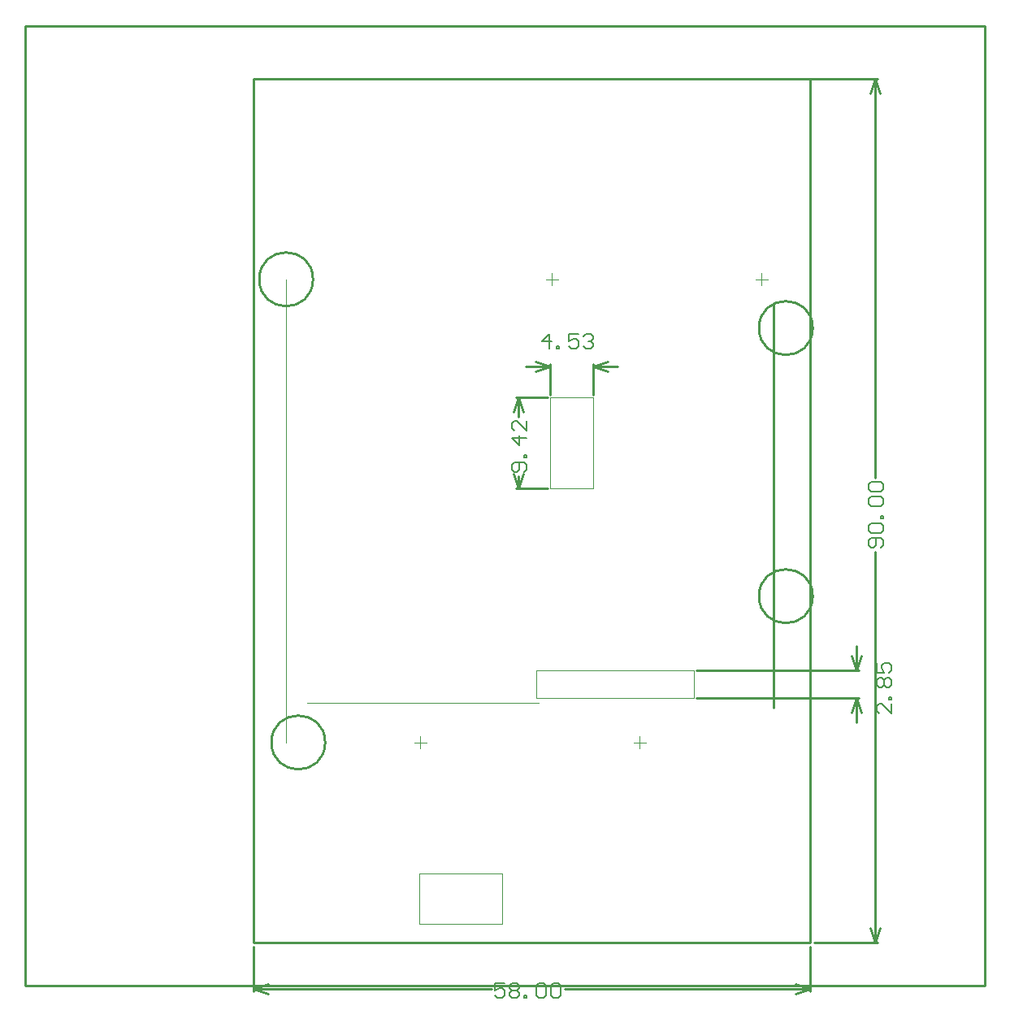
<source format=gm1>
G04*
G04 #@! TF.GenerationSoftware,Altium Limited,Altium Designer,19.0.15 (446)*
G04*
G04 Layer_Color=16711935*
%FSLAX25Y25*%
%MOIN*%
G70*
G01*
G75*
%ADD12C,0.01000*%
%ADD13C,0.00394*%
%ADD58C,0.00600*%
%ADD84C,0.00039*%
D12*
X11024Y95000D02*
G03*
X11024Y95000I-11024J0D01*
G01*
X216024Y75000D02*
G03*
X216024Y75000I-11024J0D01*
G01*
X216023Y-34957D02*
G03*
X216024Y-35000I-11023J-43D01*
G01*
X16024Y-95000D02*
G03*
X16024Y-95000I-11024J0D01*
G01*
X215000Y-177165D02*
Y177165D01*
X-13347D02*
X215000D01*
X-13347Y-177165D02*
Y177165D01*
X215000D02*
X242457D01*
X216500Y-177165D02*
X242457D01*
X241457Y13496D02*
Y177165D01*
Y-177165D02*
Y-16696D01*
X239457Y171165D02*
X241457Y177165D01*
X243457Y171165D01*
X241457Y-177165D02*
X243457Y-171165D01*
X239457D02*
X241457Y-177165D01*
X-106929Y-194646D02*
Y199055D01*
X286772D01*
Y-191496D02*
Y199055D01*
X-106929Y-194646D02*
X286772D01*
Y-191496D01*
X199882Y-80472D02*
Y84882D01*
X-107009Y-194803D02*
Y198898D01*
X286692D01*
Y-191654D02*
Y198898D01*
X-107009Y-194803D02*
X286692D01*
Y-191654D01*
X199802Y-80630D02*
Y84724D01*
X-13347Y-177165D02*
X215000D01*
X209000Y-198200D02*
X215000Y-196200D01*
X209000Y-194200D02*
X215000Y-196200D01*
X-13347D02*
X-7346Y-194200D01*
X-13347Y-196200D02*
X-7346Y-198200D01*
X114322Y-196200D02*
X215000D01*
X-13347D02*
X84131D01*
X215000Y-197200D02*
Y-178665D01*
X-13347Y-197200D02*
Y-178665D01*
X102267Y57213D02*
X108267Y59213D01*
X102267Y61213D02*
X108267Y59213D01*
X126102D02*
X132102Y61213D01*
X126102Y59213D02*
X132102Y57213D01*
X98267Y59213D02*
X108267D01*
X126102D02*
X136102D01*
X126102Y47457D02*
Y60213D01*
X108267Y47457D02*
Y60213D01*
X95168Y46457D02*
X97168Y40457D01*
X93168D02*
X95168Y46457D01*
X93168Y15370D02*
X95168Y9370D01*
X97168Y15370D01*
X95168Y38410D02*
Y46457D01*
Y9370D02*
Y14217D01*
X94168Y46457D02*
X107267D01*
X94168Y9370D02*
X107267D01*
X233937Y-76772D02*
X235937Y-82772D01*
X231937D02*
X233937Y-76772D01*
X231937Y-59551D02*
X233937Y-65551D01*
X235937Y-59551D01*
X233937Y-86772D02*
Y-76772D01*
Y-65551D02*
Y-55551D01*
X168423Y-65551D02*
X234937D01*
X168423Y-76772D02*
X234937D01*
D13*
X54685Y-169409D02*
Y-148740D01*
Y-169409D02*
X88740D01*
Y-148740D01*
X54685D02*
X88740D01*
X108267Y9370D02*
Y46457D01*
Y9370D02*
X126102D01*
Y46457D01*
X108267D02*
X126102D01*
X167423Y-65551D02*
Y-65551D01*
X102616Y-65551D02*
X167423D01*
X102616Y-76772D02*
Y-65551D01*
Y-76772D02*
X113836D01*
X167423D01*
X167423Y-76772D01*
Y-65551D01*
X8622Y-78898D02*
X103701D01*
X52500Y-95000D02*
X57500D01*
X55000Y-97500D02*
Y-92500D01*
X142500Y-95000D02*
X147500D01*
X145000Y-97500D02*
Y-92500D01*
X192500Y95000D02*
X197500D01*
X195000Y92500D02*
Y97500D01*
X106500Y95000D02*
X111500D01*
X109000Y92500D02*
Y97500D01*
D58*
X244056Y-15096D02*
X245056Y-14096D01*
Y-12097D01*
X244056Y-11097D01*
X240057D01*
X239058Y-12097D01*
Y-14096D01*
X240057Y-15096D01*
X241057D01*
X242057Y-14096D01*
Y-11097D01*
X240057Y-9098D02*
X239058Y-8098D01*
Y-6099D01*
X240057Y-5099D01*
X244056D01*
X245056Y-6099D01*
Y-8098D01*
X244056Y-9098D01*
X240057D01*
X245056Y-3100D02*
X244056D01*
Y-2100D01*
X245056D01*
Y-3100D01*
X240057Y1899D02*
X239058Y2898D01*
Y4898D01*
X240057Y5898D01*
X244056D01*
X245056Y4898D01*
Y2898D01*
X244056Y1899D01*
X240057D01*
Y7897D02*
X239058Y8897D01*
Y10896D01*
X240057Y11896D01*
X244056D01*
X245056Y10896D01*
Y8897D01*
X244056Y7897D01*
X240057D01*
X89730Y-193801D02*
X85731D01*
Y-196800D01*
X87730Y-195800D01*
X88730D01*
X89730Y-196800D01*
Y-198799D01*
X88730Y-199799D01*
X86731D01*
X85731Y-198799D01*
X91729Y-194801D02*
X92729Y-193801D01*
X94728D01*
X95728Y-194801D01*
Y-195800D01*
X94728Y-196800D01*
X95728Y-197800D01*
Y-198799D01*
X94728Y-199799D01*
X92729D01*
X91729Y-198799D01*
Y-197800D01*
X92729Y-196800D01*
X91729Y-195800D01*
Y-194801D01*
X92729Y-196800D02*
X94728D01*
X97727Y-199799D02*
Y-198799D01*
X98727D01*
Y-199799D01*
X97727D01*
X102726Y-194801D02*
X103725Y-193801D01*
X105725D01*
X106724Y-194801D01*
Y-198799D01*
X105725Y-199799D01*
X103725D01*
X102726Y-198799D01*
Y-194801D01*
X108724D02*
X109723Y-193801D01*
X111723D01*
X112722Y-194801D01*
Y-198799D01*
X111723Y-199799D01*
X109723D01*
X108724Y-198799D01*
Y-194801D01*
X108087Y66411D02*
Y72409D01*
X105088Y69410D01*
X109087D01*
X111086Y66411D02*
Y67410D01*
X112086D01*
Y66411D01*
X111086D01*
X120083Y72409D02*
X116084D01*
Y69410D01*
X118084Y70409D01*
X119083D01*
X120083Y69410D01*
Y67410D01*
X119083Y66411D01*
X117084D01*
X116084Y67410D01*
X122082Y71409D02*
X123082Y72409D01*
X125082D01*
X126081Y71409D01*
Y70409D01*
X125082Y69410D01*
X124082D01*
X125082D01*
X126081Y68410D01*
Y67410D01*
X125082Y66411D01*
X123082D01*
X122082Y67410D01*
X97767Y15817D02*
X98767Y16816D01*
Y18816D01*
X97767Y19815D01*
X93768D01*
X92769Y18816D01*
Y16816D01*
X93768Y15817D01*
X94768D01*
X95768Y16816D01*
Y19815D01*
X98767Y21815D02*
X97767D01*
Y22814D01*
X98767D01*
Y21815D01*
Y29812D02*
X92769D01*
X95768Y26813D01*
Y30812D01*
X98767Y36810D02*
Y32811D01*
X94768Y36810D01*
X93768D01*
X92769Y35810D01*
Y33811D01*
X93768Y32811D01*
X248333Y-79259D02*
Y-83258D01*
X244334Y-79259D01*
X243335D01*
X242335Y-80259D01*
Y-82258D01*
X243335Y-83258D01*
X248333Y-77260D02*
X247333D01*
Y-76260D01*
X248333D01*
Y-77260D01*
X243335Y-72262D02*
X242335Y-71262D01*
Y-69263D01*
X243335Y-68263D01*
X244334D01*
X245334Y-69263D01*
X246334Y-68263D01*
X247333D01*
X248333Y-69263D01*
Y-71262D01*
X247333Y-72262D01*
X246334D01*
X245334Y-71262D01*
X244334Y-72262D01*
X243335D01*
X245334Y-71262D02*
Y-69263D01*
X242335Y-62265D02*
Y-66264D01*
X245334D01*
X244334Y-64264D01*
Y-63265D01*
X245334Y-62265D01*
X247333D01*
X248333Y-63265D01*
Y-65264D01*
X247333Y-66264D01*
D84*
X0Y-95000D02*
Y95000D01*
M02*

</source>
